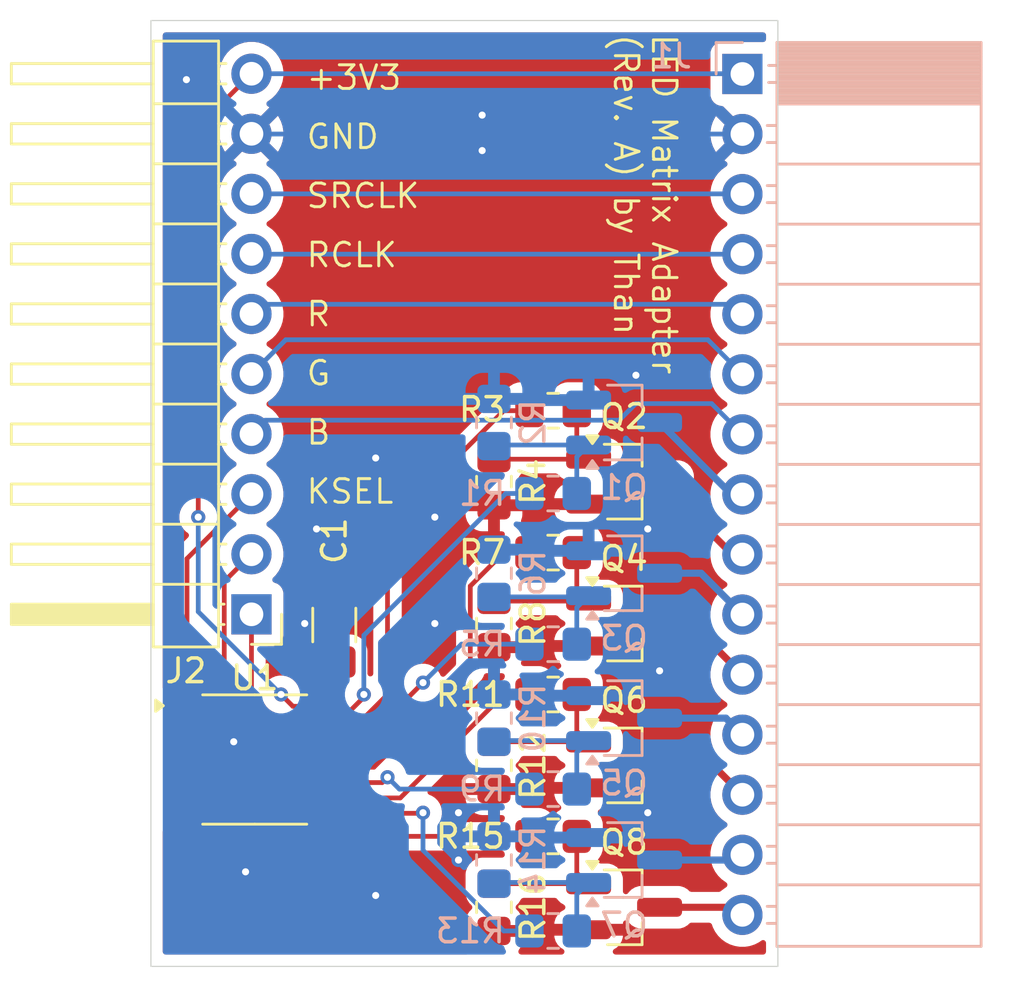
<source format=kicad_pcb>
(kicad_pcb (version 20241229) (generator "pcbnew") (generator_version "9.0")
  (layers (0 "F.Cu" signal) (2 "B.Cu" signal) (13 "F.Paste" user) (15 "B.Paste" user) (5 "F.SilkS" user "F.Silkscreen") (7 "B.SilkS" user "B.Silkscreen") (1 "F.Mask" user) (3 "B.Mask" user) (25 "Edge.Cuts" user))
  (net 0 "")
  (net 1 "/Inverter5/OUT")
  (net 2 "/RCLK")
  (net 3 "/R")
  (net 4 "/Inverter2/OUT")
  (net 5 "/Inverter4/OUT")
  (net 6 "+3V3")
  (net 7 "/Inverter7/OUT")
  (net 8 "/Inverter3/OUT")
  (net 9 "GND")
  (net 10 "/B")
  (net 11 "/Inverter6/OUT")
  (net 12 "/Inverter1/OUT")
  (net 13 "/G")
  (net 14 "/Inverter/OUT")
  (net 15 "/SRCLK")
  (net 16 "/KSEL1")
  (net 17 "/KSEL0")
  (net 18 "/KSEL2")
  (net 19 "Net-(Q1-G)")
  (net 20 "Net-(Q2-G)")
  (net 21 "Net-(Q3-G)")
  (net 22 "Net-(Q4-G)")
  (net 23 "Net-(Q5-G)")
  (net 24 "Net-(Q6-G)")
  (net 25 "Net-(Q7-G)")
  (net 26 "Net-(Q8-G)")
  (net 27 "/Inverter/IN")
  (net 28 "/Inverter1/IN")
  (net 29 "/Inverter2/IN")
  (net 30 "/Inverter3/IN")
  (net 31 "/Inverter4/IN")
  (net 32 "/Inverter5/IN")
  (net 33 "/Inverter6/IN")
  (net 34 "/Inverter7/IN")
  (footprint "Resistor_SMD:R_0805_2012Metric_Pad1.20x1.40mm_HandSolder" (layer "F.Cu") (at 116 57)
    (property "Reference" "R3" (at -3 -0.05 0) (layer "F.SilkS"))
    (property "Value" "470")
    (pad "1" smd roundrect (at -1 0) (size 1.2 1.4) (layers "F.Cu" "F.Mask" "F.Paste") (roundrect_rratio 0.208333) (net 28 "/Inverter1/IN"))
    (pad "2" smd roundrect (at 1 0) (size 1.2 1.4) (layers "F.Cu" "F.Mask" "F.Paste") (roundrect_rratio 0.208333) (net 20 "Net-(Q2-G)"))
  )
  (footprint "Package_TO_SOT_SMD:SOT-23_Handsoldering" (layer "F.Cu") (at 119 66)
    (property "Reference" "Q4" (at 0 -2.75 0) (layer "F.SilkS"))
    (property "Value" "SSF2302")
    (pad "1" smd roundrect (at -1.5 -0.95) (size 1.9 0.8) (layers "F.Cu" "F.Mask" "F.Paste") (net 22 "Net-(Q4-G)"))
    (pad "2" smd roundrect (at -1.5 0.95) (size 1.9 0.8) (layers "F.Cu" "F.Mask" "F.Paste") (net 9 "GND"))
    (pad "3" smd roundrect (at 1.5 0) (size 1.9 0.8) (layers "F.Cu" "F.Mask" "F.Paste") (net 8 "/Inverter3/OUT"))
  )
  (footprint "Package_TO_SOT_SMD:SOT-23_Handsoldering" (layer "F.Cu") (at 119 78)
    (property "Reference" "Q8" (at 0 -2.75 0) (layer "F.SilkS"))
    (property "Value" "SSF2302")
    (pad "1" smd roundrect (at -1.5 -0.95) (size 1.9 0.8) (layers "F.Cu" "F.Mask" "F.Paste") (net 26 "Net-(Q8-G)"))
    (pad "2" smd roundrect (at -1.5 0.95) (size 1.9 0.8) (layers "F.Cu" "F.Mask" "F.Paste") (net 9 "GND"))
    (pad "3" smd roundrect (at 1.5 0) (size 1.9 0.8) (layers "F.Cu" "F.Mask" "F.Paste") (net 7 "/Inverter7/OUT"))
  )
  (footprint "Resistor_SMD:R_0805_2012Metric_Pad1.20x1.40mm_HandSolder" (layer "F.Cu") (at 116 63)
    (property "Reference" "R7" (at -3 0 180) (layer "F.SilkS"))
    (property "Value" "470")
    (pad "1" smd roundrect (at -1 0) (size 1.2 1.4) (layers "F.Cu" "F.Mask" "F.Paste") (roundrect_rratio 0.208333) (net 30 "/Inverter3/IN"))
    (pad "2" smd roundrect (at 1 0) (size 1.2 1.4) (layers "F.Cu" "F.Mask" "F.Paste") (roundrect_rratio 0.208333) (net 22 "Net-(Q4-G)"))
  )
  (footprint "Connector_PinHeader_2.54mm:PinHeader_1x10_P2.54mm_Horizontal" (layer "F.Cu") (at 103.25 65.61 180)
    (property "Reference" "J2" (at 2.77 -2.39 0) (layer "F.SilkS"))
    (property "Value" "Conn_01x10_Pin")
    (pad "1" thru_hole rect (at 0 0 180) (size 1.7 1.7) (drill 1) (layers "*.Cu" "*.Mask") (net 18 "/KSEL2"))
    (pad "2" thru_hole circle (at 0 2.54 180) (size 1.7 1.7) (drill 1) (layers "*.Cu" "*.Mask") (net 16 "/KSEL1"))
    (pad "3" thru_hole circle (at 0 5.079999 180) (size 1.7 1.7) (drill 1) (layers "*.Cu" "*.Mask") (net 17 "/KSEL0"))
    (pad "4" thru_hole circle (at 0 7.62 180) (size 1.7 1.7) (drill 1) (layers "*.Cu" "*.Mask") (net 10 "/B"))
    (pad "5" thru_hole circle (at 0 10.16 180) (size 1.7 1.7) (drill 1) (layers "*.Cu" "*.Mask") (net 13 "/G"))
    (pad "6" thru_hole circle (at 0 12.7 180) (size 1.7 1.7) (drill 1) (layers "*.Cu" "*.Mask") (net 3 "/R"))
    (pad "7" thru_hole circle (at 0 15.24 180) (size 1.7 1.7) (drill 1) (layers "*.Cu" "*.Mask") (net 2 "/RCLK"))
    (pad "8" thru_hole circle (at 0 17.780001 180) (size 1.7 1.7) (drill 1) (layers "*.Cu" "*.Mask") (net 15 "/SRCLK"))
    (pad "9" thru_hole circle (at 0 20.32 180) (size 1.7 1.7) (drill 1) (layers "*.Cu" "*.Mask") (net 9 "GND"))
    (pad "10" thru_hole circle (at 0 22.86 180) (size 1.7 1.7) (drill 1) (layers "*.Cu" "*.Mask") (net 6 "+3V3"))
  )
  (footprint "Resistor_SMD:R_0805_2012Metric_Pad1.20x1.40mm_HandSolder" (layer "F.Cu") (at 113.5 78 -90)
    (property "Reference" "R16" (at 0 -1.65 90) (layer "F.SilkS"))
    (property "Value" "10k")
    (pad "1" smd roundrect (at -1 0 270) (size 1.2 1.4) (layers "F.Cu" "F.Mask" "F.Paste") (roundrect_rratio 0.208333) (net 26 "Net-(Q8-G)"))
    (pad "2" smd roundrect (at 1 0 270) (size 1.2 1.4) (layers "F.Cu" "F.Mask" "F.Paste") (roundrect_rratio 0.208333) (net 9 "GND"))
  )
  (footprint "Resistor_SMD:R_0805_2012Metric_Pad1.20x1.40mm_HandSolder" (layer "F.Cu") (at 116 69)
    (property "Reference" "R11" (at -3.5 0 0) (layer "F.SilkS"))
    (property "Value" "470")
    (pad "1" smd roundrect (at -1 0) (size 1.2 1.4) (layers "F.Cu" "F.Mask" "F.Paste") (roundrect_rratio 0.208333) (net 32 "/Inverter5/IN"))
    (pad "2" smd roundrect (at 1 0) (size 1.2 1.4) (layers "F.Cu" "F.Mask" "F.Paste") (roundrect_rratio 0.208333) (net 24 "Net-(Q6-G)"))
  )
  (footprint "Resistor_SMD:R_0805_2012Metric_Pad1.20x1.40mm_HandSolder" (layer "F.Cu") (at 116 75)
    (property "Reference" "R15" (at -3.5 0 180) (layer "F.SilkS"))
    (property "Value" "470")
    (pad "1" smd roundrect (at -1 0) (size 1.2 1.4) (layers "F.Cu" "F.Mask" "F.Paste") (roundrect_rratio 0.208333) (net 34 "/Inverter7/IN"))
    (pad "2" smd roundrect (at 1 0) (size 1.2 1.4) (layers "F.Cu" "F.Mask" "F.Paste") (roundrect_rratio 0.208333) (net 26 "Net-(Q8-G)"))
  )
  (footprint "Resistor_SMD:R_0805_2012Metric_Pad1.20x1.40mm_HandSolder" (layer "F.Cu") (at 113.5 72 -90)
    (property "Reference" "R12" (at 0 -1.65 90) (layer "F.SilkS"))
    (property "Value" "10k")
    (pad "1" smd roundrect (at -1 0 270) (size 1.2 1.4) (layers "F.Cu" "F.Mask" "F.Paste") (roundrect_rratio 0.208333) (net 24 "Net-(Q6-G)"))
    (pad "2" smd roundrect (at 1 0 270) (size 1.2 1.4) (layers "F.Cu" "F.Mask" "F.Paste") (roundrect_rratio 0.208333) (net 9 "GND"))
  )
  (footprint "Resistor_SMD:R_0805_2012Metric_Pad1.20x1.40mm_HandSolder" (layer "F.Cu") (at 113.5 60 -90)
    (property "Reference" "R4" (at 0 -1.65 90) (layer "F.SilkS"))
    (property "Value" "10k")
    (pad "1" smd roundrect (at -1 0 270) (size 1.2 1.4) (layers "F.Cu" "F.Mask" "F.Paste") (roundrect_rratio 0.208333) (net 20 "Net-(Q2-G)"))
    (pad "2" smd roundrect (at 1 0 270) (size 1.2 1.4) (layers "F.Cu" "F.Mask" "F.Paste") (roundrect_rratio 0.208333) (net 9 "GND"))
  )
  (footprint "Resistor_SMD:R_0805_2012Metric_Pad1.20x1.40mm_HandSolder" (layer "F.Cu") (at 113.5 66 -90)
    (property "Reference" "R8" (at 0 -1.65 90) (layer "F.SilkS"))
    (property "Value" "10k")
    (pad "1" smd roundrect (at -1 0 270) (size 1.2 1.4) (layers "F.Cu" "F.Mask" "F.Paste") (roundrect_rratio 0.208333) (net 22 "Net-(Q4-G)"))
    (pad "2" smd roundrect (at 1 0 270) (size 1.2 1.4) (layers "F.Cu" "F.Mask" "F.Paste") (roundrect_rratio 0.208333) (net 9 "GND"))
  )
  (footprint "Package_SO:TSSOP-16_4.4x5mm_P0.65mm" (layer "F.Cu") (at 103.3875 71.75)
    (property "Reference" "U1" (at 0 -3.45 0) (layer "F.SilkS"))
    (property "Value" "74HC238")
    (pad "1" smd roundrect (at -2.8625 -2.275) (size 1.475 0.4) (layers "F.Cu" "F.Mask" "F.Paste") (net 17 "/KSEL0"))
    (pad "2" smd roundrect (at -2.8625 -1.625) (size 1.475 0.4) (layers "F.Cu" "F.Mask" "F.Paste") (net 16 "/KSEL1"))
    (pad "3" smd roundrect (at -2.8625 -0.975) (size 1.475 0.4) (layers "F.Cu" "F.Mask" "F.Paste") (net 18 "/KSEL2"))
    (pad "4" smd roundrect (at -2.8625 -0.325) (size 1.475 0.4) (layers "F.Cu" "F.Mask" "F.Paste") (net 9 "GND"))
    (pad "5" smd roundrect (at -2.8625 0.325) (size 1.475 0.4) (layers "F.Cu" "F.Mask" "F.Paste") (net 9 "GND"))
    (pad "6" smd roundrect (at -2.8625 0.975) (size 1.475 0.4) (layers "F.Cu" "F.Mask" "F.Paste") (net 6 "+3V3"))
    (pad "7" smd roundrect (at -2.8625 1.625) (size 1.475 0.4) (layers "F.Cu" "F.Mask" "F.Paste") (net 34 "/Inverter7/IN"))
    (pad "8" smd roundrect (at -2.8625 2.275) (size 1.475 0.4) (layers "F.Cu" "F.Mask" "F.Paste") (net 9 "GND"))
    (pad "9" smd roundrect (at 2.8625 2.275) (size 1.475 0.4) (layers "F.Cu" "F.Mask" "F.Paste") (net 33 "/Inverter6/IN"))
    (pad "10" smd roundrect (at 2.8625 1.625) (size 1.475 0.4) (layers "F.Cu" "F.Mask" "F.Paste") (net 32 "/Inverter5/IN"))
    (pad "11" smd roundrect (at 2.8625 0.975) (size 1.475 0.4) (layers "F.Cu" "F.Mask" "F.Paste") (net 31 "/Inverter4/IN"))
    (pad "12" smd roundrect (at 2.8625 0.325) (size 1.475 0.4) (layers "F.Cu" "F.Mask" "F.Paste") (net 30 "/Inverter3/IN"))
    (pad "13" smd roundrect (at 2.8625 -0.325) (size 1.475 0.4) (layers "F.Cu" "F.Mask" "F.Paste") (net 29 "/Inverter2/IN"))
    (pad "14" smd roundrect (at 2.8625 -0.975) (size 1.475 0.4) (layers "F.Cu" "F.Mask" "F.Paste") (net 28 "/Inverter1/IN"))
    (pad "15" smd roundrect (at 2.8625 -1.625) (size 1.475 0.4) (layers "F.Cu" "F.Mask" "F.Paste") (net 27 "/Inverter/IN"))
    (pad "16" smd roundrect (at 2.8625 -2.275) (size 1.475 0.4) (layers "F.Cu" "F.Mask" "F.Paste") (net 6 "+3V3"))
  )
  (footprint "Capacitor_SMD:C_1206_3216Metric_Pad1.33x1.80mm_HandSolder" (layer "F.Cu") (at 106.75 66.0625 90)
    (property "Reference" "C1" (at 3.5625 0 90) (layer "F.SilkS"))
    (property "Value" "100n")
    (pad "1" smd roundrect (at -1.5625 0 90) (size 1.325 1.8) (layers "F.Cu" "F.Mask" "F.Paste") (roundrect_rratio 0.188679) (net 6 "+3V3"))
    (pad "2" smd roundrect (at 1.5625 0 90) (size 1.325 1.8) (layers "F.Cu" "F.Mask" "F.Paste") (roundrect_rratio 0.188679) (net 9 "GND"))
  )
  (footprint "Package_TO_SOT_SMD:SOT-23_Handsoldering" (layer "F.Cu") (at 119 72)
    (property "Reference" "Q6" (at 0 -2.75 0) (layer "F.SilkS"))
    (property "Value" "SSF2302")
    (pad "1" smd roundrect (at -1.5 -0.95) (size 1.9 0.8) (layers "F.Cu" "F.Mask" "F.Paste") (net 24 "Net-(Q6-G)"))
    (pad "2" smd roundrect (at -1.5 0.95) (size 1.9 0.8) (layers "F.Cu" "F.Mask" "F.Paste") (net 9 "GND"))
    (pad "3" smd roundrect (at 1.5 0) (size 1.9 0.8) (layers "F.Cu" "F.Mask" "F.Paste") (net 1 "/Inverter5/OUT"))
  )
  (footprint "Package_TO_SOT_SMD:SOT-23_Handsoldering" (layer "F.Cu") (at 119 60)
    (property "Reference" "Q2" (at 0 -2.75 0) (layer "F.SilkS"))
    (property "Value" "SSF2302")
    (pad "1" smd roundrect (at -1.5 -0.95) (size 1.9 0.8) (layers "F.Cu" "F.Mask" "F.Paste") (net 20 "Net-(Q2-G)"))
    (pad "2" smd roundrect (at -1.5 0.95) (size 1.9 0.8) (layers "F.Cu" "F.Mask" "F.Paste") (net 9 "GND"))
    (pad "3" smd roundrect (at 1.5 0) (size 1.9 0.8) (layers "F.Cu" "F.Mask" "F.Paste") (net 12 "/Inverter1/OUT"))
  )
  (footprint "Resistor_SMD:R_0805_2012Metric_Pad1.20x1.40mm_HandSolder" (layer "B.Cu") (at 113.5 63.87325 90)
    (property "Reference" "R6" (at 0 1.65 90) (layer "B.SilkS") (effects (justify mirror)))
    (property "Value" "10k")
    (pad "1" smd roundrect (at -1 0 90) (size 1.2 1.4) (layers "B.Cu" "B.Mask" "B.Paste") (roundrect_rratio 0.208333) (net 21 "Net-(Q3-G)"))
    (pad "2" smd roundrect (at 1 0 90) (size 1.2 1.4) (layers "B.Cu" "B.Mask" "B.Paste") (roundrect_rratio 0.208333) (net 9 "GND"))
  )
  (footprint "Package_TO_SOT_SMD:SOT-23_Handsoldering" (layer "B.Cu") (at 119 63.87325)
    (property "Reference" "Q3" (at 0 2.75 180) (layer "B.SilkS") (effects (justify mirror)))
    (property "Value" "SSF2302")
    (pad "1" smd roundrect (at -1.5 0.95) (size 1.9 0.8) (layers "B.Cu" "B.Mask" "B.Paste") (net 21 "Net-(Q3-G)"))
    (pad "2" smd roundrect (at -1.5 -0.95) (size 1.9 0.8) (layers "B.Cu" "B.Mask" "B.Paste") (net 9 "GND"))
    (pad "3" smd roundrect (at 1.5 0) (size 1.9 0.8) (layers "B.Cu" "B.Mask" "B.Paste") (net 4 "/Inverter2/OUT"))
  )
  (footprint "Resistor_SMD:R_0805_2012Metric_Pad1.20x1.40mm_HandSolder" (layer "B.Cu") (at 113.5 57.5 90)
    (property "Reference" "R2" (at 0 1.65 90) (layer "B.SilkS") (effects (justify mirror)))
    (property "Value" "10k")
    (pad "1" smd roundrect (at -1 0 90) (size 1.2 1.4) (layers "B.Cu" "B.Mask" "B.Paste") (roundrect_rratio 0.208333) (net 19 "Net-(Q1-G)"))
    (pad "2" smd roundrect (at 1 0 90) (size 1.2 1.4) (layers "B.Cu" "B.Mask" "B.Paste") (roundrect_rratio 0.208333) (net 9 "GND"))
  )
  (footprint "Package_TO_SOT_SMD:SOT-23_Handsoldering" (layer "B.Cu") (at 119 76)
    (property "Reference" "Q7" (at 0 2.75 180) (layer "B.SilkS") (effects (justify mirror)))
    (property "Value" "SSF2302")
    (pad "1" smd roundrect (at -1.5 0.95) (size 1.9 0.8) (layers "B.Cu" "B.Mask" "B.Paste") (net 25 "Net-(Q7-G)"))
    (pad "2" smd roundrect (at -1.5 -0.95) (size 1.9 0.8) (layers "B.Cu" "B.Mask" "B.Paste") (net 9 "GND"))
    (pad "3" smd roundrect (at 1.5 0) (size 1.9 0.8) (layers "B.Cu" "B.Mask" "B.Paste") (net 11 "/Inverter6/OUT"))
  )
  (footprint "Resistor_SMD:R_0805_2012Metric_Pad1.20x1.40mm_HandSolder" (layer "B.Cu") (at 116 66.87325)
    (property "Reference" "R5" (at -3 0 180) (layer "B.SilkS") (effects (justify mirror)))
    (property "Value" "470")
    (pad "1" smd roundrect (at -1 0) (size 1.2 1.4) (layers "B.Cu" "B.Mask" "B.Paste") (roundrect_rratio 0.208333) (net 29 "/Inverter2/IN"))
    (pad "2" smd roundrect (at 1 0) (size 1.2 1.4) (layers "B.Cu" "B.Mask" "B.Paste") (roundrect_rratio 0.208333) (net 21 "Net-(Q3-G)"))
  )
  (footprint "Connector_PinSocket_2.54mm:PinSocket_1x15_P2.54mm_Horizontal" (layer "B.Cu") (at 124 42.76 180)
    (property "Reference" "J1" (at 3 0.76 0) (layer "B.SilkS") (effects (justify mirror)))
    (property "Value" "Conn_01x15_Socket")
    (pad "1" thru_hole rect (at 0 0 180) (size 1.7 1.7) (drill 1) (layers "*.Cu" "*.Mask") (net 6 "+3V3"))
    (pad "2" thru_hole circle (at 0 -2.54 180) (size 1.7 1.7) (drill 1) (layers "*.Cu" "*.Mask") (net 9 "GND"))
    (pad "3" thru_hole circle (at 0 -5.079999 180) (size 1.7 1.7) (drill 1) (layers "*.Cu" "*.Mask") (net 15 "/SRCLK"))
    (pad "4" thru_hole circle (at 0 -7.62 180) (size 1.7 1.7) (drill 1) (layers "*.Cu" "*.Mask") (net 2 "/RCLK"))
    (pad "5" thru_hole circle (at 0 -10.16 180) (size 1.7 1.7) (drill 1) (layers "*.Cu" "*.Mask") (net 3 "/R"))
    (pad "6" thru_hole circle (at 0 -12.7 180) (size 1.7 1.7) (drill 1) (layers "*.Cu" "*.Mask") (net 13 "/G"))
    (pad "7" thru_hole circle (at 0 -15.24 180) (size 1.7 1.7) (drill 1) (layers "*.Cu" "*.Mask") (net 10 "/B"))
    (pad "8" thru_hole circle (at 0 -17.780001 180) (size 1.7 1.7) (drill 1) (layers "*.Cu" "*.Mask") (net 14 "/Inverter/OUT"))
    (pad "9" thru_hole circle (at 0 -20.32 180) (size 1.7 1.7) (drill 1) (layers "*.Cu" "*.Mask") (net 12 "/Inverter1/OUT"))
    (pad "10" thru_hole circle (at 0 -22.86 180) (size 1.7 1.7) (drill 1) (layers "*.Cu" "*.Mask") (net 4 "/Inverter2/OUT"))
    (pad "11" thru_hole circle (at 0 -25.4 180) (size 1.7 1.7) (drill 1) (layers "*.Cu" "*.Mask") (net 8 "/Inverter3/OUT"))
    (pad "12" thru_hole circle (at 0 -27.939999 180) (size 1.7 1.7) (drill 1) (layers "*.Cu" "*.Mask") (net 5 "/Inverter4/OUT"))
    (pad "13" thru_hole circle (at 0 -30.48 180) (size 1.7 1.7) (drill 1) (layers "*.Cu" "*.Mask") (net 1 "/Inverter5/OUT"))
    (pad "14" thru_hole circle (at 0 -33.02 180) (size 1.7 1.7) (drill 1) (layers "*.Cu" "*.Mask") (net 11 "/Inverter6/OUT"))
    (pad "15" thru_hole circle (at 0 -35.56 180) (size 1.7 1.7) (drill 1) (layers "*.Cu" "*.Mask") (net 7 "/Inverter7/OUT"))
  )
  (footprint "Resistor_SMD:R_0805_2012Metric_Pad1.20x1.40mm_HandSolder" (layer "B.Cu") (at 113.5 70 90)
    (property "Reference" "R10" (at 0 1.65 90) (layer "B.SilkS") (effects (justify mirror)))
    (property "Value" "10k")
    (pad "1" smd roundrect (at -1 0 90) (size 1.2 1.4) (layers "B.Cu" "B.Mask" "B.Paste") (roundrect_rratio 0.208333) (net 23 "Net-(Q5-G)"))
    (pad "2" smd roundrect (at 1 0 90) (size 1.2 1.4) (layers "B.Cu" "B.Mask" "B.Paste") (roundrect_rratio 0.208333) (net 9 "GND"))
  )
  (footprint "Resistor_SMD:R_0805_2012Metric_Pad1.20x1.40mm_HandSolder" (layer "B.Cu") (at 116 79)
    (property "Reference" "R13" (at -3.5 0 180) (layer "B.SilkS") (effects (justify mirror)))
    (property "Value" "470")
    (pad "1" smd roundrect (at -1 0) (size 1.2 1.4) (layers "B.Cu" "B.Mask" "B.Paste") (roundrect_rratio 0.208333) (net 33 "/Inverter6/IN"))
    (pad "2" smd roundrect (at 1 0) (size 1.2 1.4) (layers "B.Cu" "B.Mask" "B.Paste") (roundrect_rratio 0.208333) (net 25 "Net-(Q7-G)"))
  )
  (footprint "Resistor_SMD:R_0805_2012Metric_Pad1.20x1.40mm_HandSolder" (layer "B.Cu") (at 116 60.5)
    (property "Reference" "R1" (at -3 0 180) (layer "B.SilkS") (effects (justify mirror)))
    (property "Value" "470")
    (pad "1" smd roundrect (at -1 0) (size 1.2 1.4) (layers "B.Cu" "B.Mask" "B.Paste") (roundrect_rratio 0.208333) (net 27 "/Inverter/IN"))
    (pad "2" smd roundrect (at 1 0) (size 1.2 1.4) (layers "B.Cu" "B.Mask" "B.Paste") (roundrect_rratio 0.208333) (net 19 "Net-(Q1-G)"))
  )
  (footprint "Package_TO_SOT_SMD:SOT-23_Handsoldering" (layer "B.Cu") (at 119 57.5)
    (property "Reference" "Q1" (at 0 2.75 180) (layer "B.SilkS") (effects (justify mirror)))
    (property "Value" "SSF2302")
    (pad "1" smd roundrect (at -1.5 0.95) (size 1.9 0.8) (layers "B.Cu" "B.Mask" "B.Paste") (net 19 "Net-(Q1-G)"))
    (pad "2" smd roundrect (at -1.5 -0.95) (size 1.9 0.8) (layers "B.Cu" "B.Mask" "B.Paste") (net 9 "GND"))
    (pad "3" smd roundrect (at 1.5 0) (size 1.9 0.8) (layers "B.Cu" "B.Mask" "B.Paste") (net 14 "/Inverter/OUT"))
  )
  (footprint "Resistor_SMD:R_0805_2012Metric_Pad1.20x1.40mm_HandSolder" (layer "B.Cu") (at 116 73)
    (property "Reference" "R9" (at -3 0 180) (layer "B.SilkS") (effects (justify mirror)))
    (property "Value" "470")
    (pad "1" smd roundrect (at -1 0) (size 1.2 1.4) (layers "B.Cu" "B.Mask" "B.Paste") (roundrect_rratio 0.208333) (net 31 "/Inverter4/IN"))
    (pad "2" smd roundrect (at 1 0) (size 1.2 1.4) (layers "B.Cu" "B.Mask" "B.Paste") (roundrect_rratio 0.208333) (net 23 "Net-(Q5-G)"))
  )
  (footprint "Resistor_SMD:R_0805_2012Metric_Pad1.20x1.40mm_HandSolder" (layer "B.Cu") (at 113.5 76 90)
    (property "Reference" "R14" (at 0 1.65 90) (layer "B.SilkS") (effects (justify mirror)))
    (property "Value" "10k")
    (pad "1" smd roundrect (at -1 0 90) (size 1.2 1.4) (layers "B.Cu" "B.Mask" "B.Paste") (roundrect_rratio 0.208333) (net 25 "Net-(Q7-G)"))
    (pad "2" smd roundrect (at 1 0 90) (size 1.2 1.4) (layers "B.Cu" "B.Mask" "B.Paste") (roundrect_rratio 0.208333) (net 9 "GND"))
  )
  (footprint "Package_TO_SOT_SMD:SOT-23_Handsoldering" (layer "B.Cu") (at 119 70)
    (property "Reference" "Q5" (at 0 2.75 180) (layer "B.SilkS") (effects (justify mirror)))
    (property "Value" "SSF2302")
    (pad "1" smd roundrect (at -1.5 0.95) (size 1.9 0.8) (layers "B.Cu" "B.Mask" "B.Paste") (net 23 "Net-(Q5-G)"))
    (pad "2" smd roundrect (at -1.5 -0.95) (size 1.9 0.8) (layers "B.Cu" "B.Mask" "B.Paste") (net 9 "GND"))
    (pad "3" smd roundrect (at 1.5 0) (size 1.9 0.8) (layers "B.Cu" "B.Mask" "B.Paste") (net 5 "/Inverter4/OUT"))
  )
  (gr_rect (start 99 40.5) (end 125.5 80.5) (stroke (width 0.05)) (fill no) (layer "Edge.Cuts"))
  (gr_text "R" (at 105.5 53.5 0) (layer "F.SilkS") (effects (font (size 1 1) (thickness 0.125)) (justify left bottom)))
  (gr_text "B" (at 105.5 58.5 0) (layer "F.SilkS") (effects (font (size 1 1) (thickness 0.125)) (justify left bottom)))
  (gr_text "KSEL" (at 105.5 61 0) (layer "F.SilkS") (effects (font (size 1 1) (thickness 0.125)) (justify left bottom)))
  (gr_text "G" (at 105.5 56 0) (layer "F.SilkS") (effects (font (size 1 1) (thickness 0.125)) (justify left bottom)))
  (gr_text "GND" (at 105.5 46 0) (layer "F.SilkS") (effects (font (size 1 1) (thickness 0.125)) (justify left bottom)))
  (gr_text "+3V3" (at 105.5 43.5 0) (layer "F.SilkS") (effects (font (size 1 1) (thickness 0.125)) (justify left bottom)))
  (gr_text "LED Matrix Adapter\n(Rev. A) by Than" (at 118.5 41 270) (layer "F.SilkS") (effects (font (size 1 1) (thickness 0.125)) (justify left bottom)))
  (gr_text "RCLK" (at 105.5 51 0) (layer "F.SilkS") (effects (font (size 1 1) (thickness 0.125)) (justify left bottom)))
  (gr_text "SRCLK" (at 105.5 48.5 0) (layer "F.SilkS") (effects (font (size 1 1) (thickness 0.125)) (justify left bottom)))
  (segment (start 120.5 72) (end 122.76 72) (width 0.3) (layer "F.Cu") (net 1))
  (segment (start 122.76 72) (end 124 73.24) (width 0.3) (layer "F.Cu") (net 1))
  (segment (start 124 50.38) (end 103.26 50.38) (width 0.2) (layer "B.Cu") (net 2))
  (segment (start 103.26 50.38) (end 103.25 50.37) (width 0.2) (layer "B.Cu") (net 2))
  (segment (start 123.58 52.5) (end 124 52.92) (width 0.2) (layer "B.Cu") (net 3))
  (segment (start 103.25 52.91) (end 103.66 52.5) (width 0.2) (layer "B.Cu") (net 3))
  (segment (start 103.66 52.5) (end 123.58 52.5) (width 0.2) (layer "B.Cu") (net 3))
  (segment (start 120.5 63.87325) (end 122.25325 63.87325) (width 0.3) (layer "B.Cu") (net 4))
  (segment (start 122.25325 63.87325) (end 124 65.62) (width 0.3) (layer "B.Cu") (net 4))
  (segment (start 120.5 70) (end 123.300001 70) (width 0.3) (layer "B.Cu") (net 5))
  (segment (start 123.300001 70) (end 124 70.699999) (width 0.3) (layer "B.Cu") (net 5))
  (segment (start 101 45) (end 101 61.5) (width 0.2) (layer "F.Cu") (net 6))
  (segment (start 105 69.5) (end 106.225 69.5) (width 0.2) (layer "F.Cu") (net 6))
  (segment (start 100.525 72.725) (end 102.34263 72.725) (width 0.2) (layer "F.Cu") (net 6))
  (segment (start 106.75 67.625) (end 106.75 68.975) (width 0.2) (layer "F.Cu") (net 6))
  (segment (start 104.5 69) (end 105 69.5) (width 0.2) (layer "F.Cu") (net 6))
  (segment (start 105.59263 69.475) (end 106.25 69.475) (width 0.2) (layer "F.Cu") (net 6))
  (segment (start 103.25 42.75) (end 101 45) (width 0.2) (layer "F.Cu") (net 6))
  (segment (start 106.75 68.975) (end 106.25 69.475) (width 0.2) (layer "F.Cu") (net 6))
  (segment (start 106.225 69.5) (end 106.25 69.475) (width 0.2) (layer "F.Cu") (net 6))
  (segment (start 102.34263 72.725) (end 105.59263 69.475) (width 0.2) (layer "F.Cu") (net 6))
  (via (at 104.5 69) (size 0.6) (drill 0.3) (layers "F.Cu" "B.Cu") (net 6))
  (via (at 101 61.5) (size 0.6) (drill 0.3) (layers "F.Cu" "B.Cu") (net 6))
  (segment (start 101 61.5) (end 101 65.5) (width 0.2) (layer "B.Cu") (net 6))
  (segment (start 103.25 42.75) (end 123.99 42.75) (width 0.2) (layer "B.Cu") (net 6))
  (segment (start 101 65.5) (end 104.5 69) (width 0.2) (layer "B.Cu") (net 6))
  (segment (start 123.99 42.75) (end 124 42.76) (width 0.2) (layer "B.Cu") (net 6))
  (segment (start 120.5 78) (end 123.68 78) (width 0.3) (layer "F.Cu") (net 7))
  (segment (start 123.68 78) (end 124 78.32) (width 0.3) (layer "F.Cu") (net 7))
  (segment (start 121.84 66) (end 124 68.16) (width 0.3) (layer "F.Cu") (net 8))
  (segment (start 120.5 66) (end 121.84 66) (width 0.3) (layer "F.Cu") (net 8))
  (segment (start 100.525 72.075) (end 101.425 72.075) (width 0.2) (layer "F.Cu") (net 9))
  (segment (start 100.525 71.425) (end 102.075 71.425) (width 0.2) (layer "F.Cu") (net 9))
  (segment (start 102.075 71.425) (end 102.5 71) (width 0.2) (layer "F.Cu") (net 9))
  (segment (start 101.425 72.075) (end 102.5 71) (width 0.2) (layer "F.Cu") (net 9))
  (via (at 100.5 43) (size 0.6) (drill 0.3) (layers "F.Cu" "B.Cu") (net 9))
  (via (at 119.5 55.5) (size 0.6) (drill 0.3) (layers "F.Cu" "B.Cu") (net 9))
  (via (at 103 76.5) (size 0.6) (drill 0.3) (layers "F.Cu" "B.Cu") (net 9))
  (via (at 112 74) (size 0.6) (drill 0.3) (layers "F.Cu" "B.Cu") (net 9))
  (via (at 108.5 77.5) (size 0.6) (drill 0.3) (layers "F.Cu" "B.Cu") (net 9))
  (via (at 113 44.5) (size 0.6) (drill 0.3) (layers "F.Cu" "B.Cu") (net 9))
  (via (at 113 46) (size 0.6) (drill 0.3) (layers "F.Cu" "B.Cu") (net 9))
  (via (at 111 61.5) (size 0.6) (drill 0.3) (layers "F.Cu" "B.Cu") (net 9))
  (via (at 120.5 68) (size 0.6) (drill 0.3) (layers "F.Cu" "B.Cu") (net 9))
  (via (at 105.5 66) (size 0.6) (drill 0.3) (layers "F.Cu" "B.Cu") (net 9))
  (via (at 112 76) (size 0.6) (drill 0.3) (layers "F.Cu" "B.Cu") (net 9))
  (via (at 106 62) (size 0.6) (drill 0.3) (layers "F.Cu" "B.Cu") (net 9))
  (via (at 120 74) (size 0.6) (drill 0.3) (layers "F.Cu" "B.Cu") (net 9))
  (via (at 102.5 71) (size 0.6) (drill 0.3) (layers "F.Cu" "B.Cu") (net 9))
  (via (at 120 62) (size 0.6) (drill 0.3) (layers "F.Cu" "B.Cu") (net 9))
  (via (at 111 66) (size 0.6) (drill 0.3) (layers "F.Cu" "B.Cu") (net 9))
  (via (at 108.5 59) (size 0.6) (drill 0.3) (layers "F.Cu" "B.Cu") (net 9))
  (segment (start 124 45.3) (end 103.26 45.3) (width 0.2) (layer "B.Cu") (net 9))
  (segment (start 103.26 45.3) (end 103.25 45.29) (width 0.2) (layer "B.Cu") (net 9))
  (segment (start 103.25 57.99) (end 103.839 57.401) (width 0.2) (layer "B.Cu") (net 10))
  (segment (start 119.495516 56.699) (end 122.699 56.699) (width 0.2) (layer "B.Cu") (net 10))
  (segment (start 118.793516 57.401) (end 119.495516 56.699) (width 0.2) (layer "B.Cu") (net 10))
  (segment (start 103.839 57.401) (end 118.793516 57.401) (width 0.2) (layer "B.Cu") (net 10))
  (segment (start 122.699 56.699) (end 124 58) (width 0.2) (layer "B.Cu") (net 10))
  (segment (start 123.78 76) (end 124 75.78) (width 0.3) (layer "B.Cu") (net 11))
  (segment (start 120.5 76) (end 123.78 76) (width 0.3) (layer "B.Cu") (net 11))
  (segment (start 120.5 60) (end 123.58 63.08) (width 0.3) (layer "F.Cu") (net 12))
  (segment (start 123.58 63.08) (end 124 63.08) (width 0.3) (layer "F.Cu") (net 12))
  (segment (start 104.7 54) (end 103.25 55.45) (width 0.2) (layer "B.Cu") (net 13))
  (segment (start 122.54 54) (end 104.7 54) (width 0.2) (layer "B.Cu") (net 13))
  (segment (start 124 55.46) (end 122.54 54) (width 0.2) (layer "B.Cu") (net 13))
  (segment (start 120.5 57.5) (end 123.540001 60.540001) (width 0.3) (layer "B.Cu") (net 14))
  (segment (start 123.540001 60.540001) (end 124 60.540001) (width 0.3) (layer "B.Cu") (net 14))
  (segment (start 103.25 47.829999) (end 123.99 47.829999) (width 0.2) (layer "B.Cu") (net 15))
  (segment (start 123.99 47.829999) (end 124 47.839999) (width 0.2) (layer "B.Cu") (net 15))
  (segment (start 102.099 64.221) (end 103.25 63.07) (width 0.2) (layer "F.Cu") (net 16))
  (segment (start 101.262499 70.125) (end 102.099 69.288499) (width 0.2) (layer "F.Cu") (net 16))
  (segment (start 100.525 70.125) (end 101.262499 70.125) (width 0.2) (layer "F.Cu") (net 16))
  (segment (start 102.099 69.288499) (end 102.099 64.221) (width 0.2) (layer "F.Cu") (net 16))
  (segment (start 100.525 69.475) (end 100.525 63.255001) (width 0.2) (layer "F.Cu") (net 17))
  (segment (start 100.525 63.255001) (end 103.25 60.530001) (width 0.2) (layer "F.Cu") (net 17))
  (segment (start 103.25 68.787499) (end 103.25 65.61) (width 0.2) (layer "F.Cu") (net 18))
  (segment (start 100.525 70.775) (end 101.262499 70.775) (width 0.2) (layer "F.Cu") (net 18))
  (segment (start 101.262499 70.775) (end 103.25 68.787499) (width 0.2) (layer "F.Cu") (net 18))
  (segment (start 113.55 58.45) (end 113.5 58.5) (width 0.2) (layer "B.Cu") (net 19))
  (segment (start 117 60.5) (end 117 58.95) (width 0.2) (layer "B.Cu") (net 19))
  (segment (start 117.5 58.45) (end 113.55 58.45) (width 0.2) (layer "B.Cu") (net 19))
  (segment (start 117 58.95) (end 117.5 58.45) (width 0.2) (layer "B.Cu") (net 19))
  (segment (start 117.5 59.05) (end 117 58.55) (width 0.2) (layer "F.Cu") (net 20))
  (segment (start 117.5 59.05) (end 113.55 59.05) (width 0.2) (layer "F.Cu") (net 20))
  (segment (start 113.55 59.05) (end 113.5 59) (width 0.2) (layer "F.Cu") (net 20))
  (segment (start 117 58.55) (end 117 57) (width 0.2) (layer "F.Cu") (net 20))
  (segment (start 117.5 64.82325) (end 116.82325 64.82325) (width 0.2) (layer "B.Cu") (net 21))
  (segment (start 116.77325 64.87325) (end 113.5 64.87325) (width 0.2) (layer "B.Cu") (net 21))
  (segment (start 117 65.32325) (end 117 66.87325) (width 0.2) (layer "B.Cu") (net 21))
  (segment (start 116.82325 64.82325) (end 116.77325 64.87325) (width 0.2) (layer "B.Cu") (net 21))
  (segment (start 117.5 64.82325) (end 117 65.32325) (width 0.2) (layer "B.Cu") (net 21))
  (segment (start 117.5 65.05) (end 117 64.55) (width 0.2) (layer "F.Cu") (net 22))
  (segment (start 117.5 65.05) (end 113.55 65.05) (width 0.2) (layer "F.Cu") (net 22))
  (segment (start 113.55 65.05) (end 113.5 65) (width 0.2) (layer "F.Cu") (net 22))
  (segment (start 117 64.55) (end 117 63) (width 0.2) (layer "F.Cu") (net 22))
  (segment (start 117.5 70.95) (end 113.55 70.95) (width 0.2) (layer "B.Cu") (net 23))
  (segment (start 117.5 70.95) (end 117 71.45) (width 0.2) (layer "B.Cu") (net 23))
  (segment (start 113.55 70.95) (end 113.5 71) (width 0.2) (layer "B.Cu") (net 23))
  (segment (start 117 71.45) (end 117 73) (width 0.2) (layer "B.Cu") (net 23))
  (segment (start 117.45 71) (end 117.5 71.05) (width 0.2) (layer "F.Cu") (net 24))
  (segment (start 113.5 71) (end 117.45 71) (width 0.2) (layer "F.Cu") (net 24))
  (segment (start 117 69) (end 117 70.55) (width 0.2) (layer "F.Cu") (net 24))
  (segment (start 117 70.55) (end 117.5 71.05) (width 0.2) (layer "F.Cu") (net 24))
  (segment (start 113.55 76.95) (end 113.5 77) (width 0.2) (layer "B.Cu") (net 25))
  (segment (start 117.5 76.95) (end 117 77.45) (width 0.2) (layer "B.Cu") (net 25))
  (segment (start 117.5 76.95) (end 113.55 76.95) (width 0.2) (layer "B.Cu") (net 25))
  (segment (start 117 77.45) (end 117 79) (width 0.2) (layer "B.Cu") (net 25))
  (segment (start 113.5 77) (end 117.45 77) (width 0.2) (layer "F.Cu") (net 26))
  (segment (start 117 75) (end 117 76.55) (width 0.2) (layer "F.Cu") (net 26))
  (segment (start 117 76.55) (end 117.5 77.05) (width 0.2) (layer "F.Cu") (net 26))
  (segment (start 117.45 77) (end 117.5 77.05) (width 0.2) (layer "F.Cu") (net 26))
  (segment (start 108 69.112499) (end 108 69) (width 0.2) (layer "F.Cu") (net 27))
  (segment (start 106.25 70.125) (end 106.987499 70.125) (width 0.2) (layer "F.Cu") (net 27))
  (segment (start 106.987499 70.125) (end 108 69.112499) (width 0.2) (layer "F.Cu") (net 27))
  (via (at 108 69) (size 0.6) (drill 0.3) (layers "F.Cu" "B.Cu") (net 27))
  (segment (start 108 69) (end 108 66.5) (width 0.2) (layer "B.Cu") (net 27))
  (segment (start 108 66.5) (end 114 60.5) (width 0.2) (layer "B.Cu") (net 27))
  (segment (start 114 60.5) (end 115 60.5) (width 0.2) (layer "B.Cu") (net 27))
  (segment (start 109 69) (end 109 61.91384) (width 0.2) (layer "F.Cu") (net 28))
  (segment (start 106.25 70.775) (end 107.225 70.775) (width 0.2) (layer "F.Cu") (net 28))
  (segment (start 107.225 70.775) (end 109 69) (width 0.2) (layer "F.Cu") (net 28))
  (segment (start 109 61.91384) (end 113.91384 57) (width 0.2) (layer "F.Cu") (net 28))
  (segment (start 113.91384 57) (end 115 57) (width 0.2) (layer "F.Cu") (net 28))
  (segment (start 106.25 71.425) (end 107.575 71.425) (width 0.2) (layer "F.Cu") (net 29))
  (segment (start 107.575 71.425) (end 110.5 68.5) (width 0.2) (layer "F.Cu") (net 29))
  (via (at 110.5 68.5) (size 0.6) (drill 0.3) (layers "F.Cu" "B.Cu") (net 29))
  (segment (start 112.12675 66.87325) (end 115 66.87325) (width 0.2) (layer "B.Cu") (net 29))
  (segment (start 110.5 68.5) (end 112.12675 66.87325) (width 0.2) (layer "B.Cu") (net 29))
  (segment (start 112.499 68.001) (end 112.499 64.41484) (width 0.2) (layer "F.Cu") (net 30))
  (segment (start 106.25 72.075) (end 108.425 72.075) (width 0.2) (layer "F.Cu") (net 30))
  (segment (start 113.91384 63) (end 115 63) (width 0.2) (layer "F.Cu") (net 30))
  (segment (start 108.425 72.075) (end 112.499 68.001) (width 0.2) (layer "F.Cu") (net 30))
  (segment (start 112.499 64.41484) (end 113.91384 63) (width 0.2) (layer "F.Cu") (net 30))
  (segment (start 106.25 72.725) (end 108.775 72.725) (width 0.2) (layer "F.Cu") (net 31))
  (segment (start 108.775 72.725) (end 109 72.5) (width 0.2) (layer "F.Cu") (net 31))
  (via (at 109 72.5) (size 0.6) (drill 0.3) (layers "F.Cu" "B.Cu") (net 31))
  (segment (start 109.5 73) (end 115 73) (width 0.2) (layer "B.Cu") (net 31))
  (segment (start 109 72.5) (end 109.5 73) (width 0.2) (layer "B.Cu") (net 31))
  (segment (start 106.25 73.375) (end 109.53884 73.375) (width 0.2) (layer "F.Cu") (net 32))
  (segment (start 113.91384 69) (end 115 69) (width 0.2) (layer "F.Cu") (net 32))
  (segment (start 109.53884 73.375) (end 113.91384 69) (width 0.2) (layer "F.Cu") (net 32))
  (segment (start 106.25 74.025) (end 110.475 74.025) (width 0.2) (layer "F.Cu") (net 33))
  (segment (start 110.475 74.025) (end 110.5 74) (width 0.2) (layer "F.Cu") (net 33))
  (via (at 110.5 74) (size 0.6) (drill 0.3) (layers "F.Cu" "B.Cu") (net 33))
  (segment (start 113.91384 79) (end 115 79) (width 0.2) (layer "B.Cu") (net 33))
  (segment (start 110.5 74) (end 110.5 75.58616) (width 0.2) (layer "B.Cu") (net 33))
  (segment (start 110.5 75.58616) (end 113.91384 79) (width 0.2) (layer "B.Cu") (net 33))
  (segment (start 104.29263 73.375) (end 105.91763 75) (width 0.2) (layer "F.Cu") (net 34))
  (segment (start 100.525 73.375) (end 104.29263 73.375) (width 0.2) (layer "F.Cu") (net 34))
  (segment (start 105.91763 75) (end 115 75) (width 0.2) (layer "F.Cu") (net 34))
  (zone (net 9) (net_name "GND") (layers "F.Cu" "B.Cu") (connect_pads (clearance 0.5)) (min_thickness 0.25) (fill yes (thermal_gap 0.5) (thermal_bridge_width 0.5))
    (polygon (pts (xy 99 40.5) (xy 125.5 40.5) (xy 125.5 80.5) (xy 99 80.5)))
  )
)
</source>
